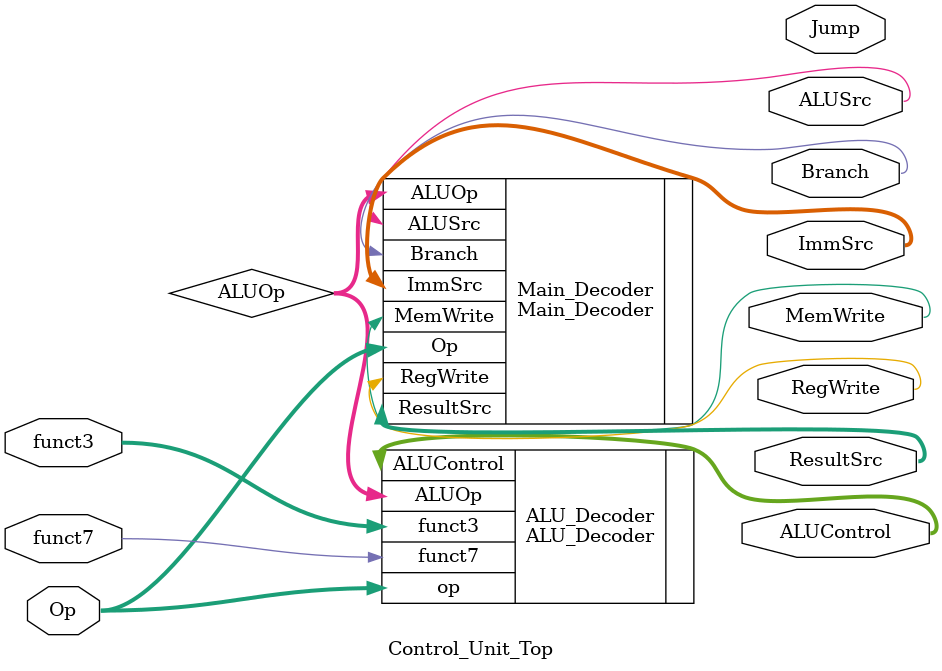
<source format=v>


`include "ALU_Decoder.v"
`include "Main_Decoder.v"

module Control_Unit_Top(Op,RegWrite,ImmSrc,ALUSrc,MemWrite,ResultSrc,Branch,funct3,funct7,ALUControl,Jump);
// added zero as input , jump and pcsrc as ouptut 
    input [6:0]Op;
    input funct7;
    input [2:0]funct3;
    output RegWrite,ALUSrc,MemWrite,Branch,Jump;
    output [1:0]ImmSrc,ResultSrc;
    output [2:0]ALUControl;

    wire [1:0]ALUOp;
    Main_Decoder Main_Decoder(
                .Op(Op),
                .RegWrite(RegWrite),
                .ImmSrc(ImmSrc),
                .MemWrite(MemWrite),
                .ResultSrc(ResultSrc),
                .Branch(Branch),
                .ALUSrc(ALUSrc),
                .ALUOp(ALUOp)
    );

    ALU_Decoder ALU_Decoder(
                            .ALUOp(ALUOp),
                            .funct3(funct3),
                            .funct7(funct7),
                            .op(Op),
                            .ALUControl(ALUControl)
    );


endmodule
</source>
